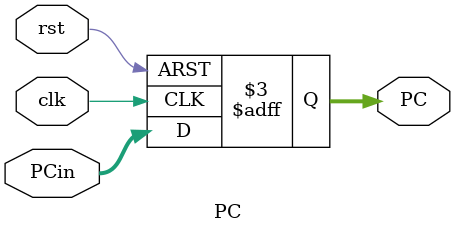
<source format=v>
module PC (// Entradas
		   input [31:0] PCin, // PC de entrada
		   input clk,         // Clock
		   input rst,         // Reset
		
		   // Saídas
		   output reg [31:0] PC
		   );  	
							
	// Registradores de 8-bits
	reg [31:0] register; 
 
	// Escrita Síncrona (Reset Síncrono)
	always @ (posedge clk or negedge rst)
		begin
 
		if(~rst) 
			begin
				PC = 32'b0;
				
			end 
			
		else 
			begin
				PC = PCin;
			
			end 
 
	end
							
endmodule 
</source>
